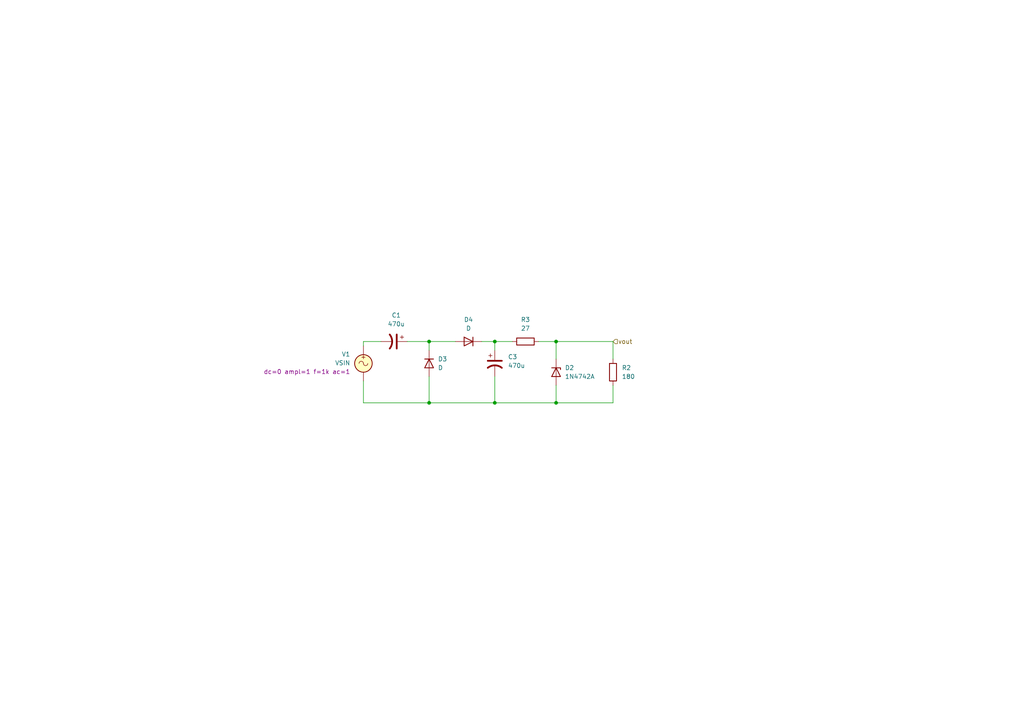
<source format=kicad_sch>
(kicad_sch (version 20230121) (generator eeschema)
  (paper "A4")
  (lib_symbols
    (symbol "Device:C_Polarized_US" (pin_numbers hide) (pin_names (offset 0.254) hide)
      (property "Reference" "C" (at 0.635 2.54 0))
      (property "Value" "C_Polarized_US" (at 0.635 -2.54 0))
      (symbol "C_Polarized_US_0_1"
        (polyline (pts (xy -2.032 0.762) (xy 2.032 0.762)) (stroke (width 0.508)))
        (polyline (pts (xy -1.778 2.286) (xy -0.762 2.286)))
        (polyline (pts (xy -1.27 1.778) (xy -1.27 2.794)))
        (arc (start 2.032 -1.27) (mid 0 -0.5572) (end -2.032 -1.27) (stroke (width 0.508)))
      )
      (symbol "C_Polarized_US_1_1"
        (pin passive line (at 0 3.81 270) (length 2.794) (name "~") (number "1"))
        (pin passive line (at 0 -3.81 90) (length 3.302) (name "~") (number "2"))
      )
    )
    (symbol "Device:D" (pin_numbers hide) (pin_names (offset 1.016) hide)
      (property "Reference" "D" (at 0 2.54 0))
      (property "Value" "D" (at 0 -2.54 0))
      (symbol "D_0_1"
        (polyline (pts (xy -1.27 1.27) (xy -1.27 -1.27)) (stroke (width 0.254)))
        (polyline (pts (xy 1.27 0) (xy -1.27 0)))
        (polyline (pts (xy 1.27 1.27) (xy 1.27 -1.27) (xy -1.27 0) (xy 1.27 1.27)) (stroke (width 0.254)))
      )
      (symbol "D_1_1"
        (pin passive line (at -3.81 0 0) (length 2.54) (name "K") (number "1"))
        (pin passive line (at 3.81 0 180) (length 2.54) (name "A") (number "2"))
      )
    )
    (symbol "Device:D_Zener" (pin_numbers hide) (pin_names (offset 1.016) hide)
      (property "Reference" "D" (at 0 2.54 0))
      (property "Value" "D_Zener" (at 0 -2.54 0))
      (symbol "D_Zener_0_1"
        (polyline (pts (xy 1.27 0) (xy -1.27 0)))
        (polyline (pts (xy -1.27 -1.27) (xy -1.27 1.27) (xy -0.762 1.27)) (stroke (width 0.254)))
        (polyline (pts (xy 1.27 -1.27) (xy 1.27 1.27) (xy -1.27 0) (xy 1.27 -1.27)) (stroke (width 0.254)))
      )
      (symbol "D_Zener_1_1"
        (pin passive line (at -3.81 0 0) (length 2.54) (name "K") (number "1"))
        (pin passive line (at 3.81 0 180) (length 2.54) (name "A") (number "2"))
      )
    )
    (symbol "Device:R" (pin_numbers hide) (pin_names (offset 0))
      (property "Reference" "R" (at 2.032 0 90))
      (property "Value" "R" (at 0 0 90))
      (symbol "R_0_1"
        (rectangle (start -1.016 -2.54) (end 1.016 2.54) (stroke (width 0.254)))
      )
      (symbol "R_1_1"
        (pin passive line (at 0 3.81 270) (length 1.27) (name "~") (number "1"))
        (pin passive line (at 0 -3.81 90) (length 1.27) (name "~") (number "2"))
      )
    )
    (symbol "Simulation_SPICE:VSIN" (pin_numbers hide) (pin_names (offset 0.0254))
      (property "Reference" "V" (at 2.54 2.54 0))
      (property "Value" "VSIN" (at 2.54 0 0))
      (property "Sim.Params" "dc=0 ampl=1 f=1k ac=1" (at 2.54 -2.54 0))
      (symbol "VSIN_0_0"
        (arc (start 0 0) (mid -0.635 0.6323) (end -1.27 0))
        (arc (start 0 0) (mid 0.635 -0.6323) (end 1.27 0))
        (text "+" (at 0 1.905 0) (effects (font (size 1.27 1.27))))
      )
      (symbol "VSIN_0_1"
        (circle (center 0 0) (radius 2.54) (stroke (width 0.254)) (fill (type background)))
      )
      (symbol "VSIN_1_1"
        (pin passive line (at 0 5.08 270) (length 2.54) (name "~") (number "1"))
        (pin passive line (at 0 -5.08 90) (length 2.54) (name "~") (number "2"))
      )
    )
  )
  (junction (at 143.51 116.84))
  (junction (at 161.29 99.06))
  (junction (at 143.51 99.06))
  (junction (at 124.46 99.06))
  (junction (at 161.29 116.84))
  (junction (at 124.46 116.84))
  (wire (pts (xy 105.41 110.49) (xy 105.41 116.84)))
  (wire (pts (xy 156.21 99.06) (xy 161.29 99.06)))
  (wire (pts (xy 124.46 116.84) (xy 105.41 116.84)))
  (wire (pts (xy 124.46 99.06) (xy 124.46 101.6)))
  (wire (pts (xy 143.51 109.22) (xy 143.51 116.84)))
  (wire (pts (xy 143.51 116.84) (xy 161.29 116.84)))
  (wire (pts (xy 161.29 111.76) (xy 161.29 116.84)))
  (wire (pts (xy 177.8 99.06) (xy 177.8 104.14)))
  (wire (pts (xy 177.8 111.76) (xy 177.8 116.84)))
  (wire (pts (xy 139.7 99.06) (xy 143.51 99.06)))
  (wire (pts (xy 161.29 99.06) (xy 161.29 104.14)))
  (wire (pts (xy 118.11 99.06) (xy 124.46 99.06)))
  (wire (pts (xy 124.46 116.84) (xy 143.51 116.84)))
  (wire (pts (xy 105.41 100.33) (xy 105.41 99.06)))
  (wire (pts (xy 105.41 99.06) (xy 110.49 99.06)))
  (wire (pts (xy 161.29 116.84) (xy 177.8 116.84)))
  (wire (pts (xy 143.51 99.06) (xy 143.51 101.6)))
  (wire (pts (xy 124.46 109.22) (xy 124.46 116.84)))
  (wire (pts (xy 124.46 99.06) (xy 132.08 99.06)))
  (wire (pts (xy 161.29 99.06) (xy 177.8 99.06)))
  (wire (pts (xy 143.51 99.06) (xy 148.59 99.06)))
  (hierarchical_label "vout" (shape input) (at 177.8 99.06 0))
  (symbol (lib_id "Device:D") (at 124.46 105.41 90) (mirror x) (unit 1)
    (property "Reference" "D3" (at 127 104.14 90) (effects (justify right)))
    (property "Value" "D" (at 127 106.68 90) (effects (justify right)))
    (property "Sim.Device" "D" (effects hide))
    (property "Sim.Pins" "1=K 2=A" (effects hide))
    (instances (project "Lab04" (path "" (reference "D3") (unit 1)) (path "" (reference "D7") (unit 1))))
  )
  (symbol (lib_id "Simulation_SPICE:VSIN") (at 105.41 105.41 0) (unit 1)
    (property "Reference" "V1" (at 101.6 102.7402 0) (effects (justify right)))
    (property "Value" "VSIN" (at 101.6 105.2802 0) (effects (justify right)))
    (property "Sim.Pins" "1=+ 2=-" (effects hide))
    (property "Sim.Params" "dc=0 ampl=1 f=1k ac=1" (at 101.6 107.8202 0) (effects (justify right)))
    (property "Sim.Type" "SIN" (effects hide))
    (property "Sim.Device" "V" (effects hide))
    (instances (project "Lab04" (path "" (reference "V1") (unit 1)) (path "" (reference "V2") (unit 1))))
  )
  (symbol (lib_id "Device:C_Polarized_US") (at 143.51 105.41 0) (unit 1)
    (property "Reference" "C3" (at 147.32 103.505 0) (effects (justify left)))
    (property "Value" "470u" (at 147.32 106.045 0) (effects (justify left)))
    (instances (project "Lab04" (path "" (reference "C3") (unit 1)) (path "" (reference "C5") (unit 1))))
  )
  (symbol (lib_id "Device:D") (at 135.89 99.06 0) (mirror y) (unit 1)
    (property "Reference" "D4" (at 135.89 92.71 0))
    (property "Value" "D" (at 135.89 95.25 0))
    (property "Sim.Device" "D" (effects hide))
    (property "Sim.Pins" "1=K 2=A" (effects hide))
    (instances (project "Lab04" (path "" (reference "D4") (unit 1)) (path "" (reference "D6") (unit 1))))
  )
  (symbol (lib_id "Device:C_Polarized_US") (at 114.3 99.06 270) (unit 1)
    (property "Reference" "C1" (at 114.935 91.44 90))
    (property "Value" "470u" (at 114.935 93.98 90))
    (instances (project "Lab04" (path "" (reference "C1") (unit 1)) (path "" (reference "C4") (unit 1))))
  )
  (symbol (lib_id "Device:D_Zener") (at 161.29 107.95 270) (unit 1)
    (property "Reference" "D2" (at 163.83 106.68 90) (effects (justify left)))
    (property "Value" "1N4742A" (at 163.83 109.22 90) (effects (justify left)))
    (instances (project "Lab04" (path "" (reference "D2") (unit 1)) (path "" (reference "D5") (unit 1))))
  )
  (symbol (lib_id "Device:R") (at 177.8 107.95 0) (unit 1)
    (property "Reference" "R2" (at 180.34 106.68 0) (effects (justify left)))
    (property "Value" "180" (at 180.34 109.22 0) (effects (justify left)))
    (instances (project "Lab04" (path "" (reference "R2") (unit 1)) (path "" (reference "R5") (unit 1))))
  )
  (symbol (lib_id "Device:R") (at 152.4 99.06 90) (unit 1)
    (property "Reference" "R3" (at 152.4 92.71 90))
    (property "Value" "27" (at 152.4 95.25 90))
    (instances (project "Lab04" (path "" (reference "R3") (unit 1)) (path "" (reference "R4") (unit 1))))
  )
)
</source>
